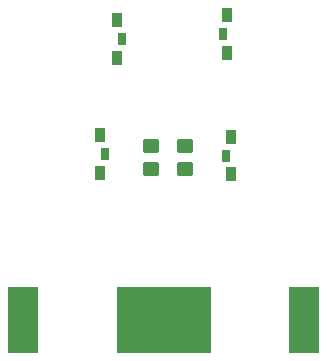
<source format=gbp>
G04 #@! TF.GenerationSoftware,KiCad,Pcbnew,8.0.4*
G04 #@! TF.CreationDate,2024-07-21T19:03:04-05:00*
G04 #@! TF.ProjectId,keanu-homeboy,6b65616e-752d-4686-9f6d-65626f792e6b,rev?*
G04 #@! TF.SameCoordinates,Original*
G04 #@! TF.FileFunction,Paste,Bot*
G04 #@! TF.FilePolarity,Positive*
%FSLAX46Y46*%
G04 Gerber Fmt 4.6, Leading zero omitted, Abs format (unit mm)*
G04 Created by KiCad (PCBNEW 8.0.4) date 2024-07-21 19:03:04*
%MOMM*%
%LPD*%
G01*
G04 APERTURE LIST*
G04 Aperture macros list*
%AMRoundRect*
0 Rectangle with rounded corners*
0 $1 Rounding radius*
0 $2 $3 $4 $5 $6 $7 $8 $9 X,Y pos of 4 corners*
0 Add a 4 corners polygon primitive as box body*
4,1,4,$2,$3,$4,$5,$6,$7,$8,$9,$2,$3,0*
0 Add four circle primitives for the rounded corners*
1,1,$1+$1,$2,$3*
1,1,$1+$1,$4,$5*
1,1,$1+$1,$6,$7*
1,1,$1+$1,$8,$9*
0 Add four rect primitives between the rounded corners*
20,1,$1+$1,$2,$3,$4,$5,0*
20,1,$1+$1,$4,$5,$6,$7,0*
20,1,$1+$1,$6,$7,$8,$9,0*
20,1,$1+$1,$8,$9,$2,$3,0*%
G04 Aperture macros list end*
%ADD10RoundRect,0.250000X-0.450000X0.350000X-0.450000X-0.350000X0.450000X-0.350000X0.450000X0.350000X0*%
%ADD11R,0.900000X1.200000*%
%ADD12R,0.800000X1.000000*%
%ADD13R,8.000000X5.560000*%
%ADD14R,2.600000X5.560000*%
G04 APERTURE END LIST*
D10*
X-3027680Y12401740D03*
X-3027680Y10401740D03*
X-5892800Y12401740D03*
X-5892800Y10401740D03*
D11*
X-10208000Y10084000D03*
X-10208000Y13284000D03*
D12*
X-9808000Y11684000D03*
D11*
X869500Y13159100D03*
X869500Y9959100D03*
D12*
X469500Y11559100D03*
D11*
X556000Y23444000D03*
X556000Y20244000D03*
D12*
X156000Y21844000D03*
D11*
X-8743500Y19860900D03*
X-8743500Y23060900D03*
D12*
X-8343500Y21460900D03*
D13*
X-4820619Y-2322908D03*
D14*
X7084381Y-2322908D03*
X-16725619Y-2322908D03*
M02*

</source>
